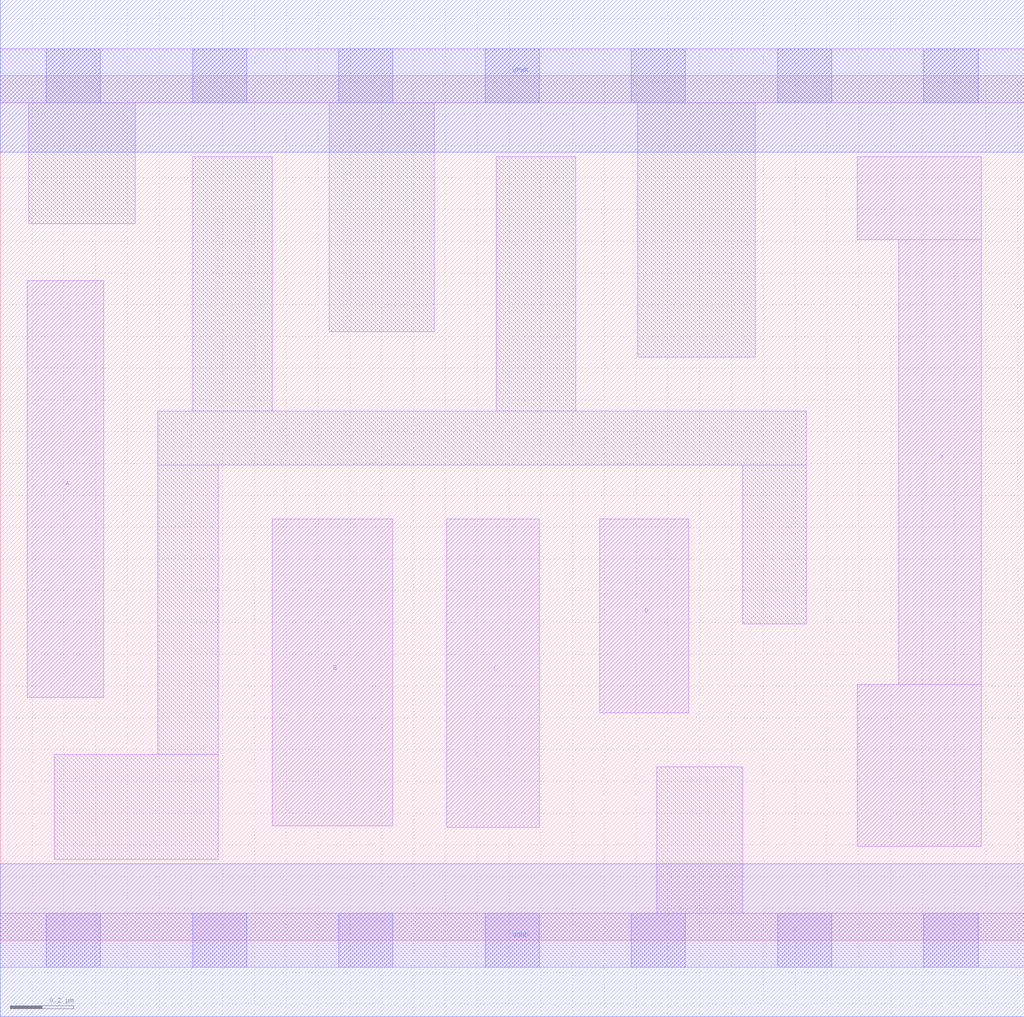
<source format=lef>
# Copyright 2020 The SkyWater PDK Authors
#
# Licensed under the Apache License, Version 2.0 (the "License");
# you may not use this file except in compliance with the License.
# You may obtain a copy of the License at
#
#     https://www.apache.org/licenses/LICENSE-2.0
#
# Unless required by applicable law or agreed to in writing, software
# distributed under the License is distributed on an "AS IS" BASIS,
# WITHOUT WARRANTIES OR CONDITIONS OF ANY KIND, either express or implied.
# See the License for the specific language governing permissions and
# limitations under the License.
#
# SPDX-License-Identifier: Apache-2.0

VERSION 5.7 ;
  NOWIREEXTENSIONATPIN ON ;
  DIVIDERCHAR "/" ;
  BUSBITCHARS "[]" ;
UNITS
  DATABASE MICRONS 200 ;
END UNITS
PROPERTYDEFINITIONS
  MACRO maskLayoutSubType STRING ;
  MACRO prCellType STRING ;
  MACRO originalViewName STRING ;
END PROPERTYDEFINITIONS
MACRO sky130_fd_sc_hdll__and4_1
  CLASS CORE ;
  FOREIGN sky130_fd_sc_hdll__and4_1 ;
  ORIGIN  0.000000  0.000000 ;
  SIZE  3.220000 BY  2.720000 ;
  SYMMETRY X Y R90 ;
  SITE unithd ;
  PIN A
    ANTENNAGATEAREA  0.138600 ;
    DIRECTION INPUT ;
    USE SIGNAL ;
    PORT
      LAYER li1 ;
        RECT 0.085000 0.765000 0.325000 2.075000 ;
    END
  END A
  PIN B
    ANTENNAGATEAREA  0.138600 ;
    DIRECTION INPUT ;
    USE SIGNAL ;
    PORT
      LAYER li1 ;
        RECT 0.855000 0.360000 1.235000 1.325000 ;
    END
  END B
  PIN C
    ANTENNAGATEAREA  0.138600 ;
    DIRECTION INPUT ;
    USE SIGNAL ;
    PORT
      LAYER li1 ;
        RECT 1.405000 0.355000 1.695000 1.325000 ;
    END
  END C
  PIN D
    ANTENNAGATEAREA  0.138600 ;
    DIRECTION INPUT ;
    USE SIGNAL ;
    PORT
      LAYER li1 ;
        RECT 1.885000 0.715000 2.165000 1.325000 ;
    END
  END D
  PIN X
    ANTENNADIFFAREA  0.752500 ;
    DIRECTION OUTPUT ;
    USE SIGNAL ;
    PORT
      LAYER li1 ;
        RECT 2.695000 0.295000 3.085000 0.805000 ;
        RECT 2.695000 2.205000 3.085000 2.465000 ;
        RECT 2.825000 0.805000 3.085000 2.205000 ;
    END
  END X
  PIN VGND
    DIRECTION INOUT ;
    USE GROUND ;
    PORT
      LAYER met1 ;
        RECT 0.000000 -0.240000 3.220000 0.240000 ;
    END
  END VGND
  PIN VPWR
    DIRECTION INOUT ;
    USE POWER ;
    PORT
      LAYER met1 ;
        RECT 0.000000 2.480000 3.220000 2.960000 ;
    END
  END VPWR
  OBS
    LAYER li1 ;
      RECT 0.000000 -0.085000 3.220000 0.085000 ;
      RECT 0.000000  2.635000 3.220000 2.805000 ;
      RECT 0.090000  2.255000 0.425000 2.635000 ;
      RECT 0.170000  0.255000 0.685000 0.585000 ;
      RECT 0.495000  0.585000 0.685000 1.495000 ;
      RECT 0.495000  1.495000 2.535000 1.665000 ;
      RECT 0.605000  1.665000 0.855000 2.465000 ;
      RECT 1.035000  1.915000 1.365000 2.635000 ;
      RECT 1.560000  1.665000 1.810000 2.465000 ;
      RECT 2.005000  1.835000 2.375000 2.635000 ;
      RECT 2.065000  0.085000 2.335000 0.545000 ;
      RECT 2.335000  0.995000 2.535000 1.495000 ;
    LAYER mcon ;
      RECT 0.145000 -0.085000 0.315000 0.085000 ;
      RECT 0.145000  2.635000 0.315000 2.805000 ;
      RECT 0.605000 -0.085000 0.775000 0.085000 ;
      RECT 0.605000  2.635000 0.775000 2.805000 ;
      RECT 1.065000 -0.085000 1.235000 0.085000 ;
      RECT 1.065000  2.635000 1.235000 2.805000 ;
      RECT 1.525000 -0.085000 1.695000 0.085000 ;
      RECT 1.525000  2.635000 1.695000 2.805000 ;
      RECT 1.985000 -0.085000 2.155000 0.085000 ;
      RECT 1.985000  2.635000 2.155000 2.805000 ;
      RECT 2.445000 -0.085000 2.615000 0.085000 ;
      RECT 2.445000  2.635000 2.615000 2.805000 ;
      RECT 2.905000 -0.085000 3.075000 0.085000 ;
      RECT 2.905000  2.635000 3.075000 2.805000 ;
  END
  PROPERTY maskLayoutSubType "abstract" ;
  PROPERTY prCellType "standard" ;
  PROPERTY originalViewName "layout" ;
END sky130_fd_sc_hdll__and4_1
END LIBRARY

</source>
